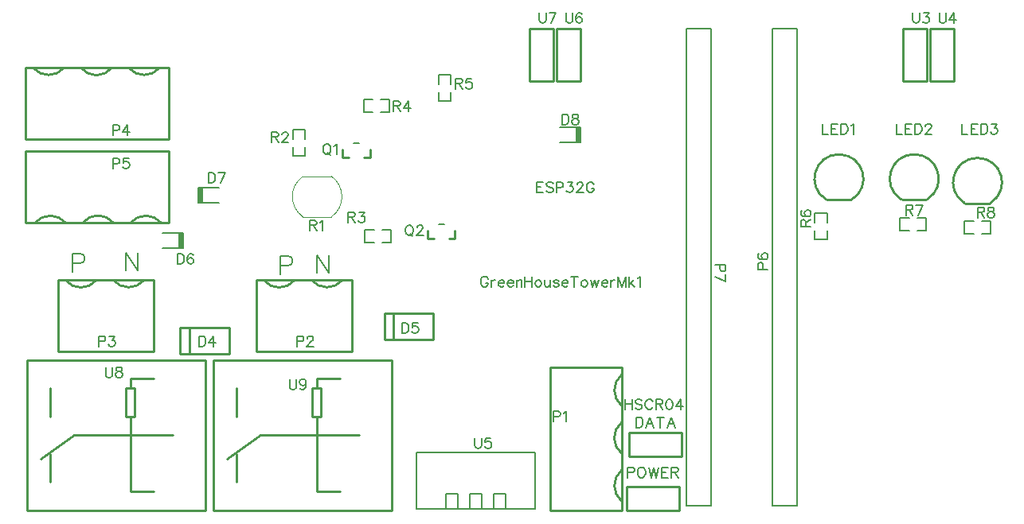
<source format=gto>
G04 Layer: TopSilkLayer*
G04 EasyEDA v6.4.23, 2021-09-03T17:21:03+02:00*
G04 aeee774bf32f4d08b0fc01e64f25dcb3,11806c6667b54f078b534f3636c84428,10*
G04 Gerber Generator version 0.2*
G04 Scale: 100 percent, Rotated: No, Reflected: No *
G04 Dimensions in millimeters *
G04 leading zeros omitted , absolute positions ,4 integer and 5 decimal *
%FSLAX45Y45*%
%MOMM*%

%ADD10C,0.2540*%
%ADD26C,0.1524*%
%ADD27C,0.2032*%
%ADD28C,0.2000*%
%ADD29C,0.1200*%
%ADD30C,0.1520*%

%LPD*%
D27*
X3924300Y10364978D02*
G01*
X3924300Y10171176D01*
X3924300Y10364978D02*
G01*
X4053586Y10171176D01*
X4053586Y10364978D02*
G01*
X4053586Y10171176D01*
X3530600Y10352278D02*
G01*
X3530600Y10158476D01*
X3530600Y10352278D02*
G01*
X3613658Y10352278D01*
X3641343Y10343134D01*
X3650741Y10333989D01*
X3659886Y10315447D01*
X3659886Y10287762D01*
X3650741Y10269220D01*
X3641343Y10260076D01*
X3613658Y10250678D01*
X3530600Y10250678D01*
X1892300Y10390378D02*
G01*
X1892300Y10196576D01*
X1892300Y10390378D02*
G01*
X2021586Y10196576D01*
X2021586Y10390378D02*
G01*
X2021586Y10196576D01*
X1320800Y10377678D02*
G01*
X1320800Y10183876D01*
X1320800Y10377678D02*
G01*
X1403857Y10377678D01*
X1431544Y10368534D01*
X1440942Y10359389D01*
X1450086Y10340847D01*
X1450086Y10313162D01*
X1440942Y10294620D01*
X1431544Y10285476D01*
X1403857Y10276078D01*
X1320800Y10276078D01*
D30*
X7200900Y8827515D02*
G01*
X7200900Y8718550D01*
X7273543Y8827515D02*
G01*
X7273543Y8718550D01*
X7200900Y8775700D02*
G01*
X7273543Y8775700D01*
X7380731Y8812021D02*
G01*
X7370318Y8822436D01*
X7354570Y8827515D01*
X7333995Y8827515D01*
X7318247Y8822436D01*
X7307834Y8812021D01*
X7307834Y8801608D01*
X7313168Y8791194D01*
X7318247Y8785860D01*
X7328661Y8780779D01*
X7359904Y8770365D01*
X7370318Y8765286D01*
X7375397Y8759952D01*
X7380731Y8749537D01*
X7380731Y8734044D01*
X7370318Y8723629D01*
X7354570Y8718550D01*
X7333995Y8718550D01*
X7318247Y8723629D01*
X7307834Y8734044D01*
X7493000Y8801608D02*
G01*
X7487665Y8812021D01*
X7477252Y8822436D01*
X7466838Y8827515D01*
X7446009Y8827515D01*
X7435850Y8822436D01*
X7425436Y8812021D01*
X7420102Y8801608D01*
X7415022Y8785860D01*
X7415022Y8759952D01*
X7420102Y8744458D01*
X7425436Y8734044D01*
X7435850Y8723629D01*
X7446009Y8718550D01*
X7466838Y8718550D01*
X7477252Y8723629D01*
X7487665Y8734044D01*
X7493000Y8744458D01*
X7527290Y8827515D02*
G01*
X7527290Y8718550D01*
X7527290Y8827515D02*
G01*
X7574025Y8827515D01*
X7589520Y8822436D01*
X7594600Y8817102D01*
X7599934Y8806687D01*
X7599934Y8796274D01*
X7594600Y8785860D01*
X7589520Y8780779D01*
X7574025Y8775700D01*
X7527290Y8775700D01*
X7563611Y8775700D02*
G01*
X7599934Y8718550D01*
X7665465Y8827515D02*
G01*
X7649718Y8822436D01*
X7639304Y8806687D01*
X7634224Y8780779D01*
X7634224Y8765286D01*
X7639304Y8739124D01*
X7649718Y8723629D01*
X7665465Y8718550D01*
X7675879Y8718550D01*
X7691374Y8723629D01*
X7701788Y8739124D01*
X7706868Y8765286D01*
X7706868Y8780779D01*
X7701788Y8806687D01*
X7691374Y8822436D01*
X7675879Y8827515D01*
X7665465Y8827515D01*
X7793227Y8827515D02*
G01*
X7741158Y8754871D01*
X7819136Y8754871D01*
X7793227Y8827515D02*
G01*
X7793227Y8718550D01*
X6261100Y11138915D02*
G01*
X6261100Y11029950D01*
X6261100Y11138915D02*
G01*
X6328663Y11138915D01*
X6261100Y11087100D02*
G01*
X6302756Y11087100D01*
X6261100Y11029950D02*
G01*
X6328663Y11029950D01*
X6435597Y11123421D02*
G01*
X6425184Y11133836D01*
X6409690Y11138915D01*
X6388861Y11138915D01*
X6373368Y11133836D01*
X6362954Y11123421D01*
X6362954Y11113008D01*
X6368034Y11102594D01*
X6373368Y11097260D01*
X6383781Y11092179D01*
X6414770Y11081765D01*
X6425184Y11076686D01*
X6430518Y11071352D01*
X6435597Y11060937D01*
X6435597Y11045444D01*
X6425184Y11035029D01*
X6409690Y11029950D01*
X6388861Y11029950D01*
X6373368Y11035029D01*
X6362954Y11045444D01*
X6469888Y11138915D02*
G01*
X6469888Y11029950D01*
X6469888Y11138915D02*
G01*
X6516624Y11138915D01*
X6532372Y11133836D01*
X6537452Y11128502D01*
X6542786Y11118087D01*
X6542786Y11102594D01*
X6537452Y11092179D01*
X6532372Y11087100D01*
X6516624Y11081765D01*
X6469888Y11081765D01*
X6587490Y11138915D02*
G01*
X6644640Y11138915D01*
X6613397Y11097260D01*
X6628891Y11097260D01*
X6639306Y11092179D01*
X6644640Y11087100D01*
X6649720Y11071352D01*
X6649720Y11060937D01*
X6644640Y11045444D01*
X6634225Y11035029D01*
X6618477Y11029950D01*
X6602984Y11029950D01*
X6587490Y11035029D01*
X6582156Y11040110D01*
X6577075Y11050524D01*
X6689090Y11113008D02*
G01*
X6689090Y11118087D01*
X6694424Y11128502D01*
X6699504Y11133836D01*
X6709918Y11138915D01*
X6730745Y11138915D01*
X6741159Y11133836D01*
X6746240Y11128502D01*
X6751574Y11118087D01*
X6751574Y11107674D01*
X6746240Y11097260D01*
X6736079Y11081765D01*
X6684009Y11029950D01*
X6756654Y11029950D01*
X6868922Y11113008D02*
G01*
X6863841Y11123421D01*
X6853427Y11133836D01*
X6843013Y11138915D01*
X6822186Y11138915D01*
X6811772Y11133836D01*
X6801358Y11123421D01*
X6796277Y11113008D01*
X6790943Y11097260D01*
X6790943Y11071352D01*
X6796277Y11055858D01*
X6801358Y11045444D01*
X6811772Y11035029D01*
X6822186Y11029950D01*
X6843013Y11029950D01*
X6853427Y11035029D01*
X6863841Y11045444D01*
X6868922Y11055858D01*
X6868922Y11071352D01*
X6843013Y11071352D02*
G01*
X6868922Y11071352D01*
X5742177Y10109708D02*
G01*
X5736843Y10120121D01*
X5726429Y10130536D01*
X5716270Y10135615D01*
X5695441Y10135615D01*
X5685027Y10130536D01*
X5674613Y10120121D01*
X5669279Y10109708D01*
X5664200Y10093960D01*
X5664200Y10068052D01*
X5669279Y10052558D01*
X5674613Y10042144D01*
X5685027Y10031729D01*
X5695441Y10026650D01*
X5716270Y10026650D01*
X5726429Y10031729D01*
X5736843Y10042144D01*
X5742177Y10052558D01*
X5742177Y10068052D01*
X5716270Y10068052D02*
G01*
X5742177Y10068052D01*
X5776468Y10099294D02*
G01*
X5776468Y10026650D01*
X5776468Y10068052D02*
G01*
X5781547Y10083800D01*
X5791961Y10093960D01*
X5802375Y10099294D01*
X5817870Y10099294D01*
X5852159Y10068052D02*
G01*
X5914643Y10068052D01*
X5914643Y10078465D01*
X5909309Y10088879D01*
X5904229Y10093960D01*
X5893815Y10099294D01*
X5878322Y10099294D01*
X5867908Y10093960D01*
X5857493Y10083800D01*
X5852159Y10068052D01*
X5852159Y10057637D01*
X5857493Y10042144D01*
X5867908Y10031729D01*
X5878322Y10026650D01*
X5893815Y10026650D01*
X5904229Y10031729D01*
X5914643Y10042144D01*
X5948934Y10068052D02*
G01*
X6011163Y10068052D01*
X6011163Y10078465D01*
X6006084Y10088879D01*
X6000750Y10093960D01*
X5990590Y10099294D01*
X5974841Y10099294D01*
X5964427Y10093960D01*
X5954013Y10083800D01*
X5948934Y10068052D01*
X5948934Y10057637D01*
X5954013Y10042144D01*
X5964427Y10031729D01*
X5974841Y10026650D01*
X5990590Y10026650D01*
X6000750Y10031729D01*
X6011163Y10042144D01*
X6045454Y10099294D02*
G01*
X6045454Y10026650D01*
X6045454Y10078465D02*
G01*
X6061202Y10093960D01*
X6071615Y10099294D01*
X6087109Y10099294D01*
X6097524Y10093960D01*
X6102604Y10078465D01*
X6102604Y10026650D01*
X6136893Y10135615D02*
G01*
X6136893Y10026650D01*
X6209791Y10135615D02*
G01*
X6209791Y10026650D01*
X6136893Y10083800D02*
G01*
X6209791Y10083800D01*
X6269990Y10099294D02*
G01*
X6259575Y10093960D01*
X6249161Y10083800D01*
X6244081Y10068052D01*
X6244081Y10057637D01*
X6249161Y10042144D01*
X6259575Y10031729D01*
X6269990Y10026650D01*
X6285484Y10026650D01*
X6295897Y10031729D01*
X6306311Y10042144D01*
X6311645Y10057637D01*
X6311645Y10068052D01*
X6306311Y10083800D01*
X6295897Y10093960D01*
X6285484Y10099294D01*
X6269990Y10099294D01*
X6345936Y10099294D02*
G01*
X6345936Y10047224D01*
X6351015Y10031729D01*
X6361429Y10026650D01*
X6376924Y10026650D01*
X6387338Y10031729D01*
X6403086Y10047224D01*
X6403086Y10099294D02*
G01*
X6403086Y10026650D01*
X6494525Y10083800D02*
G01*
X6489191Y10093960D01*
X6473697Y10099294D01*
X6457950Y10099294D01*
X6442456Y10093960D01*
X6437375Y10083800D01*
X6442456Y10073386D01*
X6452870Y10068052D01*
X6478777Y10062971D01*
X6489191Y10057637D01*
X6494525Y10047224D01*
X6494525Y10042144D01*
X6489191Y10031729D01*
X6473697Y10026650D01*
X6457950Y10026650D01*
X6442456Y10031729D01*
X6437375Y10042144D01*
X6528815Y10068052D02*
G01*
X6591045Y10068052D01*
X6591045Y10078465D01*
X6585965Y10088879D01*
X6580631Y10093960D01*
X6570218Y10099294D01*
X6554724Y10099294D01*
X6544309Y10093960D01*
X6533895Y10083800D01*
X6528815Y10068052D01*
X6528815Y10057637D01*
X6533895Y10042144D01*
X6544309Y10031729D01*
X6554724Y10026650D01*
X6570218Y10026650D01*
X6580631Y10031729D01*
X6591045Y10042144D01*
X6661658Y10135615D02*
G01*
X6661658Y10026650D01*
X6625336Y10135615D02*
G01*
X6697979Y10135615D01*
X6758431Y10099294D02*
G01*
X6748018Y10093960D01*
X6737604Y10083800D01*
X6732270Y10068052D01*
X6732270Y10057637D01*
X6737604Y10042144D01*
X6748018Y10031729D01*
X6758431Y10026650D01*
X6773925Y10026650D01*
X6784340Y10031729D01*
X6794754Y10042144D01*
X6799834Y10057637D01*
X6799834Y10068052D01*
X6794754Y10083800D01*
X6784340Y10093960D01*
X6773925Y10099294D01*
X6758431Y10099294D01*
X6834124Y10099294D02*
G01*
X6854952Y10026650D01*
X6875779Y10099294D02*
G01*
X6854952Y10026650D01*
X6875779Y10099294D02*
G01*
X6896608Y10026650D01*
X6917436Y10099294D02*
G01*
X6896608Y10026650D01*
X6951725Y10068052D02*
G01*
X7013956Y10068052D01*
X7013956Y10078465D01*
X7008875Y10088879D01*
X7003541Y10093960D01*
X6993127Y10099294D01*
X6977634Y10099294D01*
X6967220Y10093960D01*
X6956806Y10083800D01*
X6951725Y10068052D01*
X6951725Y10057637D01*
X6956806Y10042144D01*
X6967220Y10031729D01*
X6977634Y10026650D01*
X6993127Y10026650D01*
X7003541Y10031729D01*
X7013956Y10042144D01*
X7048245Y10099294D02*
G01*
X7048245Y10026650D01*
X7048245Y10068052D02*
G01*
X7053579Y10083800D01*
X7063740Y10093960D01*
X7074154Y10099294D01*
X7089902Y10099294D01*
X7124191Y10135615D02*
G01*
X7124191Y10026650D01*
X7124191Y10135615D02*
G01*
X7165593Y10026650D01*
X7207250Y10135615D02*
G01*
X7165593Y10026650D01*
X7207250Y10135615D02*
G01*
X7207250Y10026650D01*
X7241540Y10135615D02*
G01*
X7241540Y10026650D01*
X7293609Y10099294D02*
G01*
X7241540Y10047224D01*
X7262368Y10068052D02*
G01*
X7298690Y10026650D01*
X7332979Y10114787D02*
G01*
X7343393Y10120121D01*
X7358888Y10135615D01*
X7358888Y10026650D01*
D26*
X7315200Y8637015D02*
G01*
X7315200Y8528050D01*
X7315200Y8637015D02*
G01*
X7351522Y8637015D01*
X7367270Y8631936D01*
X7377429Y8621521D01*
X7382763Y8611108D01*
X7387843Y8595360D01*
X7387843Y8569452D01*
X7382763Y8553958D01*
X7377429Y8543544D01*
X7367270Y8533129D01*
X7351522Y8528050D01*
X7315200Y8528050D01*
X7463790Y8637015D02*
G01*
X7422134Y8528050D01*
X7463790Y8637015D02*
G01*
X7505445Y8528050D01*
X7437881Y8564371D02*
G01*
X7489697Y8564371D01*
X7576058Y8637015D02*
G01*
X7576058Y8528050D01*
X7539736Y8637015D02*
G01*
X7612379Y8637015D01*
X7688325Y8637015D02*
G01*
X7646670Y8528050D01*
X7688325Y8637015D02*
G01*
X7729727Y8528050D01*
X7662163Y8564371D02*
G01*
X7714234Y8564371D01*
D30*
X7226300Y8103615D02*
G01*
X7226300Y7994650D01*
X7226300Y8103615D02*
G01*
X7273036Y8103615D01*
X7288529Y8098536D01*
X7293863Y8093202D01*
X7298943Y8082787D01*
X7298943Y8067294D01*
X7293863Y8056879D01*
X7288529Y8051800D01*
X7273036Y8046465D01*
X7226300Y8046465D01*
X7364475Y8103615D02*
G01*
X7354061Y8098536D01*
X7343647Y8088121D01*
X7338568Y8077708D01*
X7333234Y8061960D01*
X7333234Y8036052D01*
X7338568Y8020558D01*
X7343647Y8010144D01*
X7354061Y7999729D01*
X7364475Y7994650D01*
X7385304Y7994650D01*
X7395718Y7999729D01*
X7406131Y8010144D01*
X7411211Y8020558D01*
X7416545Y8036052D01*
X7416545Y8061960D01*
X7411211Y8077708D01*
X7406131Y8088121D01*
X7395718Y8098536D01*
X7385304Y8103615D01*
X7364475Y8103615D01*
X7450836Y8103615D02*
G01*
X7476743Y7994650D01*
X7502652Y8103615D02*
G01*
X7476743Y7994650D01*
X7502652Y8103615D02*
G01*
X7528559Y7994650D01*
X7554722Y8103615D02*
G01*
X7528559Y7994650D01*
X7589011Y8103615D02*
G01*
X7589011Y7994650D01*
X7589011Y8103615D02*
G01*
X7656575Y8103615D01*
X7589011Y8051800D02*
G01*
X7630413Y8051800D01*
X7589011Y7994650D02*
G01*
X7656575Y7994650D01*
X7690865Y8103615D02*
G01*
X7690865Y7994650D01*
X7690865Y8103615D02*
G01*
X7737602Y8103615D01*
X7753095Y8098536D01*
X7758429Y8093202D01*
X7763509Y8082787D01*
X7763509Y8072373D01*
X7758429Y8061960D01*
X7753095Y8056879D01*
X7737602Y8051800D01*
X7690865Y8051800D01*
X7727188Y8051800D02*
G01*
X7763509Y7994650D01*
D26*
X2438400Y10376915D02*
G01*
X2438400Y10267950D01*
X2438400Y10376915D02*
G01*
X2474722Y10376915D01*
X2490470Y10371836D01*
X2500629Y10361421D01*
X2505963Y10351008D01*
X2511043Y10335260D01*
X2511043Y10309352D01*
X2505963Y10293858D01*
X2500629Y10283444D01*
X2490470Y10273029D01*
X2474722Y10267950D01*
X2438400Y10267950D01*
X2607818Y10361421D02*
G01*
X2602484Y10371836D01*
X2586990Y10376915D01*
X2576575Y10376915D01*
X2561081Y10371836D01*
X2550668Y10356087D01*
X2545334Y10330179D01*
X2545334Y10304271D01*
X2550668Y10283444D01*
X2561081Y10273029D01*
X2576575Y10267950D01*
X2581909Y10267950D01*
X2597404Y10273029D01*
X2607818Y10283444D01*
X2612897Y10298937D01*
X2612897Y10304271D01*
X2607818Y10319765D01*
X2597404Y10330179D01*
X2581909Y10335260D01*
X2576575Y10335260D01*
X2561081Y10330179D01*
X2550668Y10319765D01*
X2545334Y10304271D01*
X2768600Y11240515D02*
G01*
X2768600Y11131550D01*
X2768600Y11240515D02*
G01*
X2804922Y11240515D01*
X2820670Y11235436D01*
X2830829Y11225021D01*
X2836163Y11214608D01*
X2841243Y11198860D01*
X2841243Y11172952D01*
X2836163Y11157458D01*
X2830829Y11147044D01*
X2820670Y11136629D01*
X2804922Y11131550D01*
X2768600Y11131550D01*
X2948431Y11240515D02*
G01*
X2896361Y11131550D01*
X2875534Y11240515D02*
G01*
X2948431Y11240515D01*
X6527800Y11862815D02*
G01*
X6527800Y11753850D01*
X6527800Y11862815D02*
G01*
X6564122Y11862815D01*
X6579870Y11857736D01*
X6590029Y11847321D01*
X6595363Y11836908D01*
X6600443Y11821160D01*
X6600443Y11795252D01*
X6595363Y11779758D01*
X6590029Y11769344D01*
X6579870Y11758929D01*
X6564122Y11753850D01*
X6527800Y11753850D01*
X6660895Y11862815D02*
G01*
X6645147Y11857736D01*
X6640068Y11847321D01*
X6640068Y11836908D01*
X6645147Y11826494D01*
X6655561Y11821160D01*
X6676390Y11816079D01*
X6691884Y11811000D01*
X6702297Y11800586D01*
X6707631Y11790171D01*
X6707631Y11774424D01*
X6702297Y11764010D01*
X6697218Y11758929D01*
X6681470Y11753850D01*
X6660895Y11753850D01*
X6645147Y11758929D01*
X6640068Y11764010D01*
X6634734Y11774424D01*
X6634734Y11790171D01*
X6640068Y11800586D01*
X6650481Y11811000D01*
X6665975Y11816079D01*
X6686804Y11821160D01*
X6697218Y11826494D01*
X6702297Y11836908D01*
X6702297Y11847321D01*
X6697218Y11857736D01*
X6681470Y11862815D01*
X6660895Y11862815D01*
X10256700Y12942315D02*
G01*
X10256700Y12864337D01*
X10261780Y12848844D01*
X10272194Y12838429D01*
X10287942Y12833350D01*
X10298356Y12833350D01*
X10313850Y12838429D01*
X10324264Y12848844D01*
X10329344Y12864337D01*
X10329344Y12942315D01*
X10374048Y12942315D02*
G01*
X10431198Y12942315D01*
X10400210Y12900660D01*
X10415704Y12900660D01*
X10426118Y12895579D01*
X10431198Y12890500D01*
X10436532Y12874752D01*
X10436532Y12864337D01*
X10431198Y12848844D01*
X10420784Y12838429D01*
X10405290Y12833350D01*
X10389796Y12833350D01*
X10374048Y12838429D01*
X10368968Y12843510D01*
X10363634Y12853924D01*
X10541000Y12942315D02*
G01*
X10541000Y12864337D01*
X10546079Y12848844D01*
X10556493Y12838429D01*
X10572241Y12833350D01*
X10582656Y12833350D01*
X10598150Y12838429D01*
X10608563Y12848844D01*
X10613643Y12864337D01*
X10613643Y12942315D01*
X10700004Y12942315D02*
G01*
X10647934Y12869671D01*
X10725911Y12869671D01*
X10700004Y12942315D02*
G01*
X10700004Y12833350D01*
X6570799Y12942315D02*
G01*
X6570799Y12864337D01*
X6575879Y12848844D01*
X6586293Y12838429D01*
X6602041Y12833350D01*
X6612455Y12833350D01*
X6627949Y12838429D01*
X6638363Y12848844D01*
X6643443Y12864337D01*
X6643443Y12942315D01*
X6740217Y12926821D02*
G01*
X6734883Y12937236D01*
X6719389Y12942315D01*
X6708975Y12942315D01*
X6693481Y12937236D01*
X6683067Y12921487D01*
X6677733Y12895579D01*
X6677733Y12869671D01*
X6683067Y12848844D01*
X6693481Y12838429D01*
X6708975Y12833350D01*
X6714309Y12833350D01*
X6729803Y12838429D01*
X6740217Y12848844D01*
X6745297Y12864337D01*
X6745297Y12869671D01*
X6740217Y12885165D01*
X6729803Y12895579D01*
X6714309Y12900660D01*
X6708975Y12900660D01*
X6693481Y12895579D01*
X6683067Y12885165D01*
X6677733Y12869671D01*
X6286500Y12942315D02*
G01*
X6286500Y12864337D01*
X6291579Y12848844D01*
X6301993Y12838429D01*
X6317741Y12833350D01*
X6328156Y12833350D01*
X6343650Y12838429D01*
X6354063Y12848844D01*
X6359143Y12864337D01*
X6359143Y12942315D01*
X6466331Y12942315D02*
G01*
X6414261Y12833350D01*
X6393434Y12942315D02*
G01*
X6466331Y12942315D01*
X8609584Y10210800D02*
G01*
X8718550Y10210800D01*
X8609584Y10210800D02*
G01*
X8609584Y10257536D01*
X8614663Y10273029D01*
X8619997Y10278363D01*
X8630411Y10283444D01*
X8645906Y10283444D01*
X8656320Y10278363D01*
X8661400Y10273029D01*
X8666734Y10257536D01*
X8666734Y10210800D01*
X8625077Y10380218D02*
G01*
X8614663Y10374884D01*
X8609584Y10359389D01*
X8609584Y10348976D01*
X8614663Y10333481D01*
X8630411Y10323068D01*
X8656320Y10317734D01*
X8682227Y10317734D01*
X8703056Y10323068D01*
X8713470Y10333481D01*
X8718550Y10348976D01*
X8718550Y10354310D01*
X8713470Y10369804D01*
X8703056Y10380218D01*
X8687561Y10385297D01*
X8682227Y10385297D01*
X8666734Y10380218D01*
X8656320Y10369804D01*
X8651240Y10354310D01*
X8651240Y10348976D01*
X8656320Y10333481D01*
X8666734Y10323068D01*
X8682227Y10317734D01*
X8268715Y10261600D02*
G01*
X8159750Y10261600D01*
X8268715Y10261600D02*
G01*
X8268715Y10214863D01*
X8263636Y10199370D01*
X8258302Y10194036D01*
X8247888Y10188955D01*
X8232393Y10188955D01*
X8221979Y10194036D01*
X8216900Y10199370D01*
X8211565Y10214863D01*
X8211565Y10261600D01*
X8268715Y10081768D02*
G01*
X8159750Y10133837D01*
X8268715Y10154665D02*
G01*
X8268715Y10081768D01*
X6438900Y8700515D02*
G01*
X6438900Y8591550D01*
X6438900Y8700515D02*
G01*
X6485636Y8700515D01*
X6501129Y8695436D01*
X6506463Y8690102D01*
X6511543Y8679687D01*
X6511543Y8664194D01*
X6506463Y8653779D01*
X6501129Y8648700D01*
X6485636Y8643365D01*
X6438900Y8643365D01*
X6545834Y8679687D02*
G01*
X6556247Y8685021D01*
X6571995Y8700515D01*
X6571995Y8591550D01*
X3708400Y9500615D02*
G01*
X3708400Y9391650D01*
X3708400Y9500615D02*
G01*
X3755136Y9500615D01*
X3770629Y9495536D01*
X3775963Y9490202D01*
X3781043Y9479787D01*
X3781043Y9464294D01*
X3775963Y9453879D01*
X3770629Y9448800D01*
X3755136Y9443465D01*
X3708400Y9443465D01*
X3820668Y9474708D02*
G01*
X3820668Y9479787D01*
X3825747Y9490202D01*
X3831081Y9495536D01*
X3841495Y9500615D01*
X3862070Y9500615D01*
X3872484Y9495536D01*
X3877818Y9490202D01*
X3882897Y9479787D01*
X3882897Y9469374D01*
X3877818Y9458960D01*
X3867404Y9443465D01*
X3815334Y9391650D01*
X3888231Y9391650D01*
X1600200Y9500615D02*
G01*
X1600200Y9391650D01*
X1600200Y9500615D02*
G01*
X1646936Y9500615D01*
X1662429Y9495536D01*
X1667763Y9490202D01*
X1672844Y9479787D01*
X1672844Y9464294D01*
X1667763Y9453879D01*
X1662429Y9448800D01*
X1646936Y9443465D01*
X1600200Y9443465D01*
X1717547Y9500615D02*
G01*
X1774697Y9500615D01*
X1743710Y9458960D01*
X1759204Y9458960D01*
X1769618Y9453879D01*
X1774697Y9448800D01*
X1780031Y9433052D01*
X1780031Y9422637D01*
X1774697Y9407144D01*
X1764284Y9396729D01*
X1748789Y9391650D01*
X1733295Y9391650D01*
X1717547Y9396729D01*
X1712468Y9401810D01*
X1707134Y9412224D01*
X1752600Y11748515D02*
G01*
X1752600Y11639550D01*
X1752600Y11748515D02*
G01*
X1799336Y11748515D01*
X1814829Y11743436D01*
X1820163Y11738102D01*
X1825244Y11727687D01*
X1825244Y11712194D01*
X1820163Y11701779D01*
X1814829Y11696700D01*
X1799336Y11691365D01*
X1752600Y11691365D01*
X1911604Y11748515D02*
G01*
X1859534Y11675871D01*
X1937511Y11675871D01*
X1911604Y11748515D02*
G01*
X1911604Y11639550D01*
X1752600Y11392915D02*
G01*
X1752600Y11283950D01*
X1752600Y11392915D02*
G01*
X1799336Y11392915D01*
X1814829Y11387836D01*
X1820163Y11382502D01*
X1825244Y11372087D01*
X1825244Y11356594D01*
X1820163Y11346179D01*
X1814829Y11341100D01*
X1799336Y11335765D01*
X1752600Y11335765D01*
X1922018Y11392915D02*
G01*
X1869947Y11392915D01*
X1864868Y11346179D01*
X1869947Y11351260D01*
X1885695Y11356594D01*
X1901189Y11356594D01*
X1916684Y11351260D01*
X1927097Y11341100D01*
X1932431Y11325352D01*
X1932431Y11314937D01*
X1927097Y11299444D01*
X1916684Y11289029D01*
X1901189Y11283950D01*
X1885695Y11283950D01*
X1869947Y11289029D01*
X1864868Y11294110D01*
X1859534Y11304524D01*
X2667000Y9500615D02*
G01*
X2667000Y9391650D01*
X2667000Y9500615D02*
G01*
X2703322Y9500615D01*
X2719070Y9495536D01*
X2729229Y9485121D01*
X2734563Y9474708D01*
X2739643Y9458960D01*
X2739643Y9433052D01*
X2734563Y9417558D01*
X2729229Y9407144D01*
X2719070Y9396729D01*
X2703322Y9391650D01*
X2667000Y9391650D01*
X2826004Y9500615D02*
G01*
X2773934Y9427971D01*
X2851911Y9427971D01*
X2826004Y9500615D02*
G01*
X2826004Y9391650D01*
X4826000Y9640315D02*
G01*
X4826000Y9531350D01*
X4826000Y9640315D02*
G01*
X4862322Y9640315D01*
X4878070Y9635236D01*
X4888229Y9624821D01*
X4893563Y9614408D01*
X4898643Y9598660D01*
X4898643Y9572752D01*
X4893563Y9557258D01*
X4888229Y9546844D01*
X4878070Y9536429D01*
X4862322Y9531350D01*
X4826000Y9531350D01*
X4995418Y9640315D02*
G01*
X4943347Y9640315D01*
X4938268Y9593579D01*
X4943347Y9598660D01*
X4959095Y9603994D01*
X4974590Y9603994D01*
X4990084Y9598660D01*
X5000497Y9588500D01*
X5005831Y9572752D01*
X5005831Y9562337D01*
X5000497Y9546844D01*
X4990084Y9536429D01*
X4974590Y9531350D01*
X4959095Y9531350D01*
X4943347Y9536429D01*
X4938268Y9541510D01*
X4932934Y9551924D01*
X4019041Y11545315D02*
G01*
X4008627Y11540236D01*
X3998213Y11529821D01*
X3992879Y11519408D01*
X3987800Y11503660D01*
X3987800Y11477752D01*
X3992879Y11462258D01*
X3998213Y11451844D01*
X4008627Y11441429D01*
X4019041Y11436350D01*
X4039870Y11436350D01*
X4050029Y11441429D01*
X4060443Y11451844D01*
X4065777Y11462258D01*
X4070858Y11477752D01*
X4070858Y11503660D01*
X4065777Y11519408D01*
X4060443Y11529821D01*
X4050029Y11540236D01*
X4039870Y11545315D01*
X4019041Y11545315D01*
X4034536Y11456924D02*
G01*
X4065777Y11425936D01*
X4105147Y11524487D02*
G01*
X4115561Y11529821D01*
X4131309Y11545315D01*
X4131309Y11436350D01*
X4895341Y10681715D02*
G01*
X4884927Y10676636D01*
X4874513Y10666221D01*
X4869179Y10655808D01*
X4864100Y10640060D01*
X4864100Y10614152D01*
X4869179Y10598658D01*
X4874513Y10588244D01*
X4884927Y10577829D01*
X4895341Y10572750D01*
X4916170Y10572750D01*
X4926329Y10577829D01*
X4936743Y10588244D01*
X4942077Y10598658D01*
X4947158Y10614152D01*
X4947158Y10640060D01*
X4942077Y10655808D01*
X4936743Y10666221D01*
X4926329Y10676636D01*
X4916170Y10681715D01*
X4895341Y10681715D01*
X4910836Y10593324D02*
G01*
X4942077Y10562336D01*
X4986781Y10655808D02*
G01*
X4986781Y10660887D01*
X4991861Y10671302D01*
X4997195Y10676636D01*
X5007609Y10681715D01*
X5028184Y10681715D01*
X5038597Y10676636D01*
X5043931Y10671302D01*
X5049011Y10660887D01*
X5049011Y10650474D01*
X5043931Y10640060D01*
X5033518Y10624565D01*
X4981447Y10572750D01*
X5054345Y10572750D01*
X3848100Y10732515D02*
G01*
X3848100Y10623550D01*
X3848100Y10732515D02*
G01*
X3894836Y10732515D01*
X3910329Y10727436D01*
X3915663Y10722102D01*
X3920743Y10711687D01*
X3920743Y10701274D01*
X3915663Y10690860D01*
X3910329Y10685779D01*
X3894836Y10680700D01*
X3848100Y10680700D01*
X3884422Y10680700D02*
G01*
X3920743Y10623550D01*
X3955034Y10711687D02*
G01*
X3965447Y10717021D01*
X3981195Y10732515D01*
X3981195Y10623550D01*
X3441700Y11672315D02*
G01*
X3441700Y11563350D01*
X3441700Y11672315D02*
G01*
X3488436Y11672315D01*
X3503929Y11667236D01*
X3509263Y11661902D01*
X3514343Y11651487D01*
X3514343Y11641074D01*
X3509263Y11630660D01*
X3503929Y11625579D01*
X3488436Y11620500D01*
X3441700Y11620500D01*
X3478022Y11620500D02*
G01*
X3514343Y11563350D01*
X3553968Y11646408D02*
G01*
X3553968Y11651487D01*
X3559047Y11661902D01*
X3564381Y11667236D01*
X3574795Y11672315D01*
X3595370Y11672315D01*
X3605784Y11667236D01*
X3611118Y11661902D01*
X3616197Y11651487D01*
X3616197Y11641074D01*
X3611118Y11630660D01*
X3600704Y11615165D01*
X3548634Y11563350D01*
X3621531Y11563350D01*
X4254500Y10821415D02*
G01*
X4254500Y10712450D01*
X4254500Y10821415D02*
G01*
X4301236Y10821415D01*
X4316729Y10816336D01*
X4322063Y10811002D01*
X4327143Y10800587D01*
X4327143Y10790174D01*
X4322063Y10779760D01*
X4316729Y10774679D01*
X4301236Y10769600D01*
X4254500Y10769600D01*
X4290822Y10769600D02*
G01*
X4327143Y10712450D01*
X4371847Y10821415D02*
G01*
X4428997Y10821415D01*
X4398009Y10779760D01*
X4413504Y10779760D01*
X4423918Y10774679D01*
X4428997Y10769600D01*
X4434331Y10753852D01*
X4434331Y10743437D01*
X4428997Y10727944D01*
X4418584Y10717529D01*
X4403090Y10712450D01*
X4387595Y10712450D01*
X4371847Y10717529D01*
X4366768Y10722610D01*
X4361434Y10733024D01*
X4737100Y12002515D02*
G01*
X4737100Y11893550D01*
X4737100Y12002515D02*
G01*
X4783836Y12002515D01*
X4799329Y11997436D01*
X4804663Y11992102D01*
X4809743Y11981687D01*
X4809743Y11971274D01*
X4804663Y11960860D01*
X4799329Y11955779D01*
X4783836Y11950700D01*
X4737100Y11950700D01*
X4773422Y11950700D02*
G01*
X4809743Y11893550D01*
X4896104Y12002515D02*
G01*
X4844034Y11929871D01*
X4922011Y11929871D01*
X4896104Y12002515D02*
G01*
X4896104Y11893550D01*
X5397500Y12243815D02*
G01*
X5397500Y12134850D01*
X5397500Y12243815D02*
G01*
X5444236Y12243815D01*
X5459729Y12238736D01*
X5465063Y12233402D01*
X5470143Y12222987D01*
X5470143Y12212574D01*
X5465063Y12202160D01*
X5459729Y12197079D01*
X5444236Y12192000D01*
X5397500Y12192000D01*
X5433822Y12192000D02*
G01*
X5470143Y12134850D01*
X5566918Y12243815D02*
G01*
X5514847Y12243815D01*
X5509768Y12197079D01*
X5514847Y12202160D01*
X5530595Y12207494D01*
X5546090Y12207494D01*
X5561584Y12202160D01*
X5571997Y12192000D01*
X5577331Y12176252D01*
X5577331Y12165837D01*
X5571997Y12150344D01*
X5561584Y12139929D01*
X5546090Y12134850D01*
X5530595Y12134850D01*
X5514847Y12139929D01*
X5509768Y12145010D01*
X5504434Y12155424D01*
X5601461Y8416513D02*
G01*
X5601461Y8338535D01*
X5606541Y8323041D01*
X5616956Y8312627D01*
X5632704Y8307547D01*
X5643118Y8307547D01*
X5658611Y8312627D01*
X5669025Y8323041D01*
X5674106Y8338535D01*
X5674106Y8416513D01*
X5770879Y8416513D02*
G01*
X5718809Y8416513D01*
X5713729Y8369777D01*
X5718809Y8374857D01*
X5734558Y8380191D01*
X5750052Y8380191D01*
X5765545Y8374857D01*
X5775959Y8364697D01*
X5781293Y8348949D01*
X5781293Y8338535D01*
X5775959Y8323041D01*
X5765545Y8312627D01*
X5750052Y8307547D01*
X5734558Y8307547D01*
X5718809Y8312627D01*
X5713729Y8317707D01*
X5708395Y8328121D01*
X1676387Y9170415D02*
G01*
X1676387Y9092437D01*
X1681467Y9076944D01*
X1691881Y9066529D01*
X1707629Y9061450D01*
X1718043Y9061450D01*
X1733537Y9066529D01*
X1743951Y9076944D01*
X1749031Y9092437D01*
X1749031Y9170415D01*
X1809483Y9170415D02*
G01*
X1793735Y9165336D01*
X1788655Y9154921D01*
X1788655Y9144508D01*
X1793735Y9134094D01*
X1804149Y9128760D01*
X1824977Y9123679D01*
X1840471Y9118600D01*
X1850885Y9108186D01*
X1856219Y9097771D01*
X1856219Y9082024D01*
X1850885Y9071610D01*
X1845805Y9066529D01*
X1830057Y9061450D01*
X1809483Y9061450D01*
X1793735Y9066529D01*
X1788655Y9071610D01*
X1783321Y9082024D01*
X1783321Y9097771D01*
X1788655Y9108186D01*
X1799069Y9118600D01*
X1814563Y9123679D01*
X1835391Y9128760D01*
X1845805Y9134094D01*
X1850885Y9144508D01*
X1850885Y9154921D01*
X1845805Y9165336D01*
X1830057Y9170415D01*
X1809483Y9170415D01*
X3632187Y9043415D02*
G01*
X3632187Y8965437D01*
X3637267Y8949944D01*
X3647681Y8939529D01*
X3663429Y8934450D01*
X3673843Y8934450D01*
X3689337Y8939529D01*
X3699751Y8949944D01*
X3704831Y8965437D01*
X3704831Y9043415D01*
X3806685Y9007094D02*
G01*
X3801605Y8991600D01*
X3791191Y8981186D01*
X3775697Y8975852D01*
X3770363Y8975852D01*
X3754869Y8981186D01*
X3744455Y8991600D01*
X3739121Y9007094D01*
X3739121Y9012174D01*
X3744455Y9027921D01*
X3754869Y9038336D01*
X3770363Y9043415D01*
X3775697Y9043415D01*
X3791191Y9038336D01*
X3801605Y9027921D01*
X3806685Y9007094D01*
X3806685Y8981186D01*
X3801605Y8955024D01*
X3791191Y8939529D01*
X3775697Y8934450D01*
X3765283Y8934450D01*
X3749535Y8939529D01*
X3744455Y8949944D01*
X9296400Y11761215D02*
G01*
X9296400Y11652250D01*
X9296400Y11652250D02*
G01*
X9358629Y11652250D01*
X9392920Y11761215D02*
G01*
X9392920Y11652250D01*
X9392920Y11761215D02*
G01*
X9460484Y11761215D01*
X9392920Y11709400D02*
G01*
X9434575Y11709400D01*
X9392920Y11652250D02*
G01*
X9460484Y11652250D01*
X9494774Y11761215D02*
G01*
X9494774Y11652250D01*
X9494774Y11761215D02*
G01*
X9531350Y11761215D01*
X9546843Y11756136D01*
X9557258Y11745721D01*
X9562338Y11735308D01*
X9567672Y11719560D01*
X9567672Y11693652D01*
X9562338Y11678158D01*
X9557258Y11667744D01*
X9546843Y11657329D01*
X9531350Y11652250D01*
X9494774Y11652250D01*
X9601961Y11740387D02*
G01*
X9612375Y11745721D01*
X9627870Y11761215D01*
X9627870Y11652250D01*
X10083800Y11761215D02*
G01*
X10083800Y11652250D01*
X10083800Y11652250D02*
G01*
X10146029Y11652250D01*
X10180320Y11761215D02*
G01*
X10180320Y11652250D01*
X10180320Y11761215D02*
G01*
X10247884Y11761215D01*
X10180320Y11709400D02*
G01*
X10221975Y11709400D01*
X10180320Y11652250D02*
G01*
X10247884Y11652250D01*
X10282174Y11761215D02*
G01*
X10282174Y11652250D01*
X10282174Y11761215D02*
G01*
X10318750Y11761215D01*
X10334243Y11756136D01*
X10344658Y11745721D01*
X10349738Y11735308D01*
X10355072Y11719560D01*
X10355072Y11693652D01*
X10349738Y11678158D01*
X10344658Y11667744D01*
X10334243Y11657329D01*
X10318750Y11652250D01*
X10282174Y11652250D01*
X10394441Y11735308D02*
G01*
X10394441Y11740387D01*
X10399775Y11750802D01*
X10404856Y11756136D01*
X10415270Y11761215D01*
X10436097Y11761215D01*
X10446511Y11756136D01*
X10451591Y11750802D01*
X10456925Y11740387D01*
X10456925Y11729974D01*
X10451591Y11719560D01*
X10441177Y11704065D01*
X10389361Y11652250D01*
X10462006Y11652250D01*
X10782300Y11761215D02*
G01*
X10782300Y11652250D01*
X10782300Y11652250D02*
G01*
X10844529Y11652250D01*
X10878820Y11761215D02*
G01*
X10878820Y11652250D01*
X10878820Y11761215D02*
G01*
X10946384Y11761215D01*
X10878820Y11709400D02*
G01*
X10920475Y11709400D01*
X10878820Y11652250D02*
G01*
X10946384Y11652250D01*
X10980674Y11761215D02*
G01*
X10980674Y11652250D01*
X10980674Y11761215D02*
G01*
X11017250Y11761215D01*
X11032743Y11756136D01*
X11043158Y11745721D01*
X11048238Y11735308D01*
X11053572Y11719560D01*
X11053572Y11693652D01*
X11048238Y11678158D01*
X11043158Y11667744D01*
X11032743Y11657329D01*
X11017250Y11652250D01*
X10980674Y11652250D01*
X11098275Y11761215D02*
G01*
X11155425Y11761215D01*
X11124184Y11719560D01*
X11139677Y11719560D01*
X11150091Y11714479D01*
X11155425Y11709400D01*
X11160506Y11693652D01*
X11160506Y11683237D01*
X11155425Y11667744D01*
X11145011Y11657329D01*
X11129263Y11652250D01*
X11113770Y11652250D01*
X11098275Y11657329D01*
X11092941Y11662410D01*
X11087861Y11672824D01*
X9066784Y10668000D02*
G01*
X9175750Y10668000D01*
X9066784Y10668000D02*
G01*
X9066784Y10714736D01*
X9071863Y10730229D01*
X9077197Y10735563D01*
X9087611Y10740644D01*
X9098025Y10740644D01*
X9108440Y10735563D01*
X9113520Y10730229D01*
X9118600Y10714736D01*
X9118600Y10668000D01*
X9118600Y10704321D02*
G01*
X9175750Y10740644D01*
X9082277Y10837418D02*
G01*
X9071863Y10832084D01*
X9066784Y10816589D01*
X9066784Y10806176D01*
X9071863Y10790681D01*
X9087611Y10780268D01*
X9113520Y10774934D01*
X9139427Y10774934D01*
X9160256Y10780268D01*
X9170670Y10790681D01*
X9175750Y10806176D01*
X9175750Y10811510D01*
X9170670Y10827004D01*
X9160256Y10837418D01*
X9144761Y10842497D01*
X9139427Y10842497D01*
X9123934Y10837418D01*
X9113520Y10827004D01*
X9108440Y10811510D01*
X9108440Y10806176D01*
X9113520Y10790681D01*
X9123934Y10780268D01*
X9139427Y10774934D01*
X10185400Y10897615D02*
G01*
X10185400Y10788650D01*
X10185400Y10897615D02*
G01*
X10232136Y10897615D01*
X10247629Y10892536D01*
X10252963Y10887202D01*
X10258043Y10876787D01*
X10258043Y10866374D01*
X10252963Y10855960D01*
X10247629Y10850879D01*
X10232136Y10845800D01*
X10185400Y10845800D01*
X10221722Y10845800D02*
G01*
X10258043Y10788650D01*
X10365231Y10897615D02*
G01*
X10313161Y10788650D01*
X10292334Y10897615D02*
G01*
X10365231Y10897615D01*
X10947400Y10872215D02*
G01*
X10947400Y10763250D01*
X10947400Y10872215D02*
G01*
X10994136Y10872215D01*
X11009629Y10867136D01*
X11014963Y10861802D01*
X11020043Y10851387D01*
X11020043Y10840974D01*
X11014963Y10830560D01*
X11009629Y10825479D01*
X10994136Y10820400D01*
X10947400Y10820400D01*
X10983722Y10820400D02*
G01*
X11020043Y10763250D01*
X11080495Y10872215D02*
G01*
X11064747Y10867136D01*
X11059668Y10856721D01*
X11059668Y10846308D01*
X11064747Y10835894D01*
X11075161Y10830560D01*
X11095990Y10825479D01*
X11111484Y10820400D01*
X11121897Y10809986D01*
X11127231Y10799571D01*
X11127231Y10783824D01*
X11121897Y10773410D01*
X11116818Y10768329D01*
X11101070Y10763250D01*
X11080495Y10763250D01*
X11064747Y10768329D01*
X11059668Y10773410D01*
X11054334Y10783824D01*
X11054334Y10799571D01*
X11059668Y10809986D01*
X11070081Y10820400D01*
X11085575Y10825479D01*
X11106404Y10830560D01*
X11116818Y10835894D01*
X11121897Y10846308D01*
X11121897Y10856721D01*
X11116818Y10867136D01*
X11101070Y10872215D01*
X11080495Y10872215D01*
G36*
X2446477Y10593171D02*
G01*
X2446477Y10438028D01*
X2497277Y10438028D01*
X2497277Y10593171D01*
G37*
G36*
X2658922Y11075771D02*
G01*
X2658922Y10920628D01*
X2709722Y10920628D01*
X2709722Y11075771D01*
G37*
G36*
X6675577Y11723471D02*
G01*
X6675577Y11568328D01*
X6726377Y11568328D01*
X6726377Y11723471D01*
G37*
D10*
X7239167Y8217105D02*
G01*
X7797967Y8217105D01*
X7797967Y8471105D01*
X7239167Y8471105D01*
X7239167Y8471105D02*
G01*
X7239167Y8217105D01*
X7772232Y7899194D02*
G01*
X7213432Y7899194D01*
X7213432Y7645194D01*
X7772232Y7645194D01*
X7772232Y7645194D02*
G01*
X7772232Y7899194D01*
D26*
X2497279Y10435480D02*
G01*
X2277920Y10435480D01*
X2497279Y10595719D02*
G01*
X2277920Y10595719D01*
X2497279Y10435480D02*
G01*
X2497279Y10595719D01*
X2658920Y11078319D02*
G01*
X2878279Y11078319D01*
X2658920Y10918080D02*
G01*
X2878279Y10918080D01*
X2658920Y11078319D02*
G01*
X2658920Y10918080D01*
X6726379Y11565780D02*
G01*
X6507020Y11565780D01*
X6726379Y11726019D02*
G01*
X6507020Y11726019D01*
X6726379Y11565780D02*
G01*
X6726379Y11726019D01*
D10*
X10408894Y12217567D02*
G01*
X10408894Y12776367D01*
X10154894Y12776367D01*
X10154894Y12217567D01*
X10154894Y12217567D02*
G01*
X10408894Y12217567D01*
X10693194Y12217567D02*
G01*
X10693194Y12776367D01*
X10439194Y12776367D01*
X10439194Y12217567D01*
X10439194Y12217567D02*
G01*
X10693194Y12217567D01*
X6722993Y12217567D02*
G01*
X6722993Y12776367D01*
X6468993Y12776367D01*
X6468993Y12217567D01*
X6468993Y12217567D02*
G01*
X6722993Y12217567D01*
X6438694Y12217567D02*
G01*
X6438694Y12776367D01*
X6184694Y12776367D01*
X6184694Y12217567D01*
X6184694Y12217567D02*
G01*
X6438694Y12217567D01*
D27*
X8775700Y12776200D02*
G01*
X8763000Y12776200D01*
X8763000Y7696200D01*
X9029700Y7696200D01*
X9029700Y12776200D01*
X8775700Y12776200D01*
X8102600Y7696200D02*
G01*
X8115300Y7696200D01*
X8115300Y12776200D01*
X7848600Y12776200D01*
X7848600Y7696200D01*
X8102600Y7696200D01*
D10*
X6400800Y7645400D02*
G01*
X7162800Y7645400D01*
X7162800Y7645400D01*
X6400800Y7645400D02*
G01*
X6400800Y8661400D01*
X7162800Y7645400D02*
G01*
X7162800Y8661400D01*
X6400800Y8661400D02*
G01*
X6400800Y9169400D01*
X7162800Y8661400D02*
G01*
X7162800Y9169400D01*
X6400800Y9169400D02*
G01*
X7162800Y9169400D01*
X4292600Y9334500D02*
G01*
X3276600Y9334500D01*
X3276600Y9334500D02*
G01*
X3276600Y10096500D01*
X4292600Y9334500D02*
G01*
X4292600Y10096500D01*
X4292600Y10096500D02*
G01*
X3276600Y10096500D01*
X2184400Y9334500D02*
G01*
X1168400Y9334500D01*
X1168400Y9334500D02*
G01*
X1168400Y10096500D01*
X2184400Y9334500D02*
G01*
X2184400Y10096500D01*
X2184400Y10096500D02*
G01*
X1168400Y10096500D01*
X2349500Y11595100D02*
G01*
X2349500Y12357100D01*
X2349500Y12357100D01*
X2349500Y11595100D02*
G01*
X1333500Y11595100D01*
X2349500Y12357100D02*
G01*
X1333500Y12357100D01*
X1333500Y11595100D02*
G01*
X825500Y11595100D01*
X1333500Y12357100D02*
G01*
X825500Y12357100D01*
X825500Y11595100D02*
G01*
X825500Y12357100D01*
X825500Y11468100D02*
G01*
X825500Y10706100D01*
X825500Y10706100D01*
X825500Y11468100D02*
G01*
X1841500Y11468100D01*
X825500Y10706100D02*
G01*
X1841500Y10706100D01*
X1841500Y11468100D02*
G01*
X2349500Y11468100D01*
X1841500Y10706100D02*
G01*
X2349500Y10706100D01*
X2349500Y11468100D02*
G01*
X2349500Y10706100D01*
X2470500Y9588799D02*
G01*
X2990499Y9588799D01*
X2990499Y9588799D02*
G01*
X2990499Y9308800D01*
X2470500Y9308800D02*
G01*
X2990499Y9308800D01*
X2470500Y9588799D02*
G01*
X2470500Y9308800D01*
X2566426Y9588799D02*
G01*
X2566426Y9308800D01*
X4642200Y9741199D02*
G01*
X5162199Y9741199D01*
X5162199Y9741199D02*
G01*
X5162199Y9461200D01*
X4642200Y9461200D02*
G01*
X5162199Y9461200D01*
X4642200Y9741199D02*
G01*
X4642200Y9461200D01*
X4738126Y9741199D02*
G01*
X4738126Y9461200D01*
X4489399Y11484610D02*
G01*
X4489399Y11403101D01*
X4423409Y11403101D01*
X4263390Y11403101D02*
G01*
X4197400Y11403101D01*
X4263390Y11403101D01*
X4197400Y11403101D01*
X4197400Y11484610D01*
D28*
X4373397Y11558092D02*
G01*
X4313402Y11558092D01*
D10*
X5391099Y10621010D02*
G01*
X5391099Y10539501D01*
X5325109Y10539501D01*
X5165090Y10539501D02*
G01*
X5099100Y10539501D01*
X5165090Y10539501D01*
X5099100Y10539501D01*
X5099100Y10621010D01*
D28*
X5275097Y10694492D02*
G01*
X5215102Y10694492D01*
D29*
X4079316Y11200384D02*
G01*
X3774262Y11200384D01*
X4079316Y10770615D02*
G01*
X3774262Y10770615D01*
D26*
X3799860Y11599621D02*
G01*
X3799860Y11695508D01*
X3667739Y11695508D01*
X3667739Y11599621D01*
X3799860Y11514378D02*
G01*
X3799860Y11418491D01*
X3667739Y11418491D01*
X3667739Y11514378D01*
X4529378Y10632460D02*
G01*
X4433491Y10632460D01*
X4433491Y10500339D01*
X4529378Y10500339D01*
X4614621Y10632460D02*
G01*
X4710508Y10632460D01*
X4710508Y10500339D01*
X4614621Y10500339D01*
X4601921Y11884639D02*
G01*
X4697808Y11884639D01*
X4697808Y12016760D01*
X4601921Y12016760D01*
X4516678Y11884639D02*
G01*
X4420791Y11884639D01*
X4420791Y12016760D01*
X4516678Y12016760D01*
X5217139Y12098578D02*
G01*
X5217139Y12002691D01*
X5349260Y12002691D01*
X5349260Y12098578D01*
X5217139Y12183821D02*
G01*
X5217139Y12279708D01*
X5349260Y12279708D01*
X5349260Y12183821D01*
D27*
X5930900Y7658323D02*
G01*
X5930900Y7817835D01*
X5803900Y7817835D01*
X5803900Y7658323D01*
X5676900Y7658323D02*
G01*
X5676900Y7817835D01*
X5549900Y7817835D01*
X5549900Y7658323D01*
X5422900Y7658323D02*
G01*
X5422900Y7817835D01*
X5295900Y7817835D01*
X5295900Y7658323D01*
X4982463Y7658323D02*
G01*
X5994400Y7658323D01*
X6244336Y7658323D01*
X6244336Y7662387D02*
G01*
X6244336Y8008335D01*
X6244336Y8258271D01*
X5994400Y8258271D01*
X4982463Y8258271D01*
X4982463Y8008335D01*
X4982463Y7662387D01*
D10*
X838009Y9245600D02*
G01*
X838009Y7645400D01*
X837999Y7645499D02*
G01*
X2737993Y7645499D01*
X837996Y9245498D02*
G01*
X2737990Y9245498D01*
X2737891Y9245549D02*
G01*
X2737891Y7645349D01*
X2387993Y8445500D02*
G01*
X1337995Y8445500D01*
X987996Y8195500D01*
X1087945Y8945626D02*
G01*
X1087996Y8645499D01*
X1087996Y7945501D02*
G01*
X1087996Y8245500D01*
X2187994Y9045498D02*
G01*
X1938083Y9045447D01*
X1938083Y8945626D01*
X1888045Y8945626D01*
X1888045Y8645397D01*
X1987867Y8645397D01*
X1937994Y8945499D02*
G01*
X1987994Y8945499D01*
X1987994Y8645499D01*
X1937994Y8645499D01*
X1937994Y8645499D02*
G01*
X1937994Y7845501D01*
X2187994Y7845501D01*
X2819209Y9245600D02*
G01*
X2819209Y7645400D01*
X2819199Y7645499D02*
G01*
X4719193Y7645499D01*
X2819196Y9245498D02*
G01*
X4719190Y9245498D01*
X4719091Y9245549D02*
G01*
X4719091Y7645349D01*
X4369193Y8445500D02*
G01*
X3319195Y8445500D01*
X2969196Y8195500D01*
X3069145Y8945626D02*
G01*
X3069196Y8645499D01*
X3069196Y7945501D02*
G01*
X3069196Y8245500D01*
X4169194Y9045498D02*
G01*
X3919283Y9045447D01*
X3919283Y8945626D01*
X3869245Y8945626D01*
X3869245Y8645397D01*
X3969067Y8645397D01*
X3919194Y8945499D02*
G01*
X3969194Y8945499D01*
X3969194Y8645499D01*
X3919194Y8645499D01*
X3919194Y8645499D02*
G01*
X3919194Y7845501D01*
X4169194Y7845501D01*
X10817400Y10914903D02*
G01*
X11077399Y10914903D01*
X10144300Y10953003D02*
G01*
X10404299Y10953003D01*
X9344200Y10953003D02*
G01*
X9604199Y10953003D01*
D26*
X9349760Y10710621D02*
G01*
X9349760Y10806508D01*
X9217639Y10806508D01*
X9217639Y10710621D01*
X9349760Y10625378D02*
G01*
X9349760Y10529491D01*
X9217639Y10529491D01*
X9217639Y10625378D01*
X10304221Y10627339D02*
G01*
X10400108Y10627339D01*
X10400108Y10759460D01*
X10304221Y10759460D01*
X10218978Y10627339D02*
G01*
X10123091Y10627339D01*
X10123091Y10759460D01*
X10218978Y10759460D01*
X10990021Y10589239D02*
G01*
X11085908Y10589239D01*
X11085908Y10721360D01*
X10990021Y10721360D01*
X10904778Y10589239D02*
G01*
X10808891Y10589239D01*
X10808891Y10721360D01*
X10904778Y10721360D01*
D10*
G75*
G01*
X7162800Y7742936D02*
G02*
X7162800Y8073136I140693J165100D01*
G75*
G01*
X7162800Y8250936D02*
G02*
X7162800Y8581136I133536J165100D01*
G75*
G01*
X7162800Y8758936D02*
G02*
X7162800Y9089136I140693J165100D01*
G75*
G01*
X4195064Y10096500D02*
G02*
X3864864Y10096500I-165100J140693D01*
G75*
G01*
X3687064Y10096500D02*
G02*
X3356864Y10096500I-165100J133536D01*
G75*
G01*
X2086864Y10096500D02*
G02*
X1756664Y10096500I-165100J140693D01*
G75*
G01*
X1578864Y10096500D02*
G02*
X1248664Y10096500I-165100J133536D01*
G75*
G01*
X2251964Y12357100D02*
G02*
X1921764Y12357100I-165100J140693D01*
G75*
G01*
X1743964Y12357100D02*
G02*
X1413764Y12357100I-165100J133536D01*
G75*
G01*
X1235964Y12357100D02*
G02*
X905764Y12357100I-165100J140693D01*
G75*
G01*
X923036Y10706100D02*
G02*
X1253236Y10706100I165100J-140693D01*
G75*
G01*
X1431036Y10706100D02*
G02*
X1761236Y10706100I165100J-133536D01*
G75*
G01*
X1939036Y10706100D02*
G02*
X2269236Y10706100I165100J-140693D01*
D29*
G75*
G01*
X4079301Y11200501D02*
G02*
X4077127Y10768947I-154997J-215002D01*
G75*
G01*
X3774303Y10770502D02*
G02*
X3769853Y11197323I150001J214998D01*
D10*
G75*
G01*
X11085576Y10917733D02*
G03*
X10809224Y10917733I-138176J220244D01*
G75*
G01*
X10412476Y10955833D02*
G03*
X10136124Y10955833I-138176J220244D01*
G75*
G01*
X9612376Y10955833D02*
G03*
X9336024Y10955833I-138176J220244D01*
M02*

</source>
